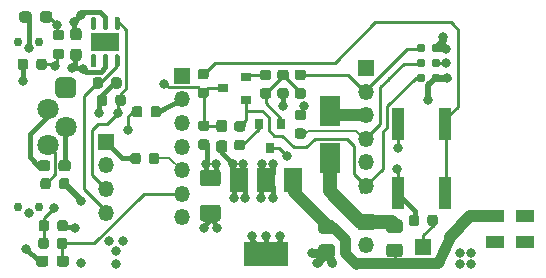
<source format=gbr>
%TF.GenerationSoftware,KiCad,Pcbnew,(5.1.6-0-10_14)*%
%TF.CreationDate,2020-10-08T00:08:50+03:00*%
%TF.ProjectId,ikea-fyrtur,696b6561-2d66-4797-9274-75722e6b6963,rev?*%
%TF.SameCoordinates,Original*%
%TF.FileFunction,Copper,L4,Bot*%
%TF.FilePolarity,Positive*%
%FSLAX46Y46*%
G04 Gerber Fmt 4.6, Leading zero omitted, Abs format (unit mm)*
G04 Created by KiCad (PCBNEW (5.1.6-0-10_14)) date 2020-10-08 00:08:50*
%MOMM*%
%LPD*%
G01*
G04 APERTURE LIST*
%TA.AperFunction,WasherPad*%
%ADD10C,0.750000*%
%TD*%
%TA.AperFunction,SMDPad,CuDef*%
%ADD11R,2.400000X1.500000*%
%TD*%
%TA.AperFunction,ComponentPad*%
%ADD12R,1.500000X1.100000*%
%TD*%
%TA.AperFunction,ComponentPad*%
%ADD13C,1.800000*%
%TD*%
%TA.AperFunction,SMDPad,CuDef*%
%ADD14R,1.800000X2.500000*%
%TD*%
%TA.AperFunction,ComponentPad*%
%ADD15R,1.350000X1.350000*%
%TD*%
%TA.AperFunction,ComponentPad*%
%ADD16O,1.350000X1.350000*%
%TD*%
%TA.AperFunction,SMDPad,CuDef*%
%ADD17R,1.000000X2.750000*%
%TD*%
%TA.AperFunction,ConnectorPad*%
%ADD18C,0.787400*%
%TD*%
%TA.AperFunction,SMDPad,CuDef*%
%ADD19R,1.500000X2.000000*%
%TD*%
%TA.AperFunction,SMDPad,CuDef*%
%ADD20R,3.800000X2.000000*%
%TD*%
%TA.AperFunction,SMDPad,CuDef*%
%ADD21R,0.800000X0.900000*%
%TD*%
%TA.AperFunction,SMDPad,CuDef*%
%ADD22R,0.900000X0.800000*%
%TD*%
%TA.AperFunction,ViaPad*%
%ADD23C,0.800000*%
%TD*%
%TA.AperFunction,Conductor*%
%ADD24C,0.250000*%
%TD*%
%TA.AperFunction,Conductor*%
%ADD25C,0.600000*%
%TD*%
%TA.AperFunction,Conductor*%
%ADD26C,0.500000*%
%TD*%
%TA.AperFunction,Conductor*%
%ADD27C,0.400000*%
%TD*%
%TA.AperFunction,Conductor*%
%ADD28C,0.800000*%
%TD*%
%TA.AperFunction,Conductor*%
%ADD29C,0.200000*%
%TD*%
%TA.AperFunction,Conductor*%
%ADD30C,0.240000*%
%TD*%
%TA.AperFunction,Conductor*%
%ADD31C,0.900000*%
%TD*%
%TA.AperFunction,Conductor*%
%ADD32C,1.000000*%
%TD*%
%TA.AperFunction,Conductor*%
%ADD33C,1.200000*%
%TD*%
G04 APERTURE END LIST*
D10*
%TO.P,SW4,*%
%TO.N,*%
X90890500Y-78295500D03*
X92646500Y-78295500D03*
%TD*%
%TO.P,SW3,*%
%TO.N,*%
X90890500Y-92329000D03*
X92646500Y-92329000D03*
%TD*%
%TO.P,U3,1*%
%TO.N,SDA*%
%TA.AperFunction,SMDPad,CuDef*%
G36*
G01*
X99398000Y-80471100D02*
X99198000Y-80471100D01*
G75*
G02*
X99098000Y-80371100I0J100000D01*
G01*
X99098000Y-79471100D01*
G75*
G02*
X99198000Y-79371100I100000J0D01*
G01*
X99398000Y-79371100D01*
G75*
G02*
X99498000Y-79471100I0J-100000D01*
G01*
X99498000Y-80371100D01*
G75*
G02*
X99398000Y-80471100I-100000J0D01*
G01*
G37*
%TD.AperFunction*%
%TO.P,U3,2*%
%TO.N,GND*%
%TA.AperFunction,SMDPad,CuDef*%
G36*
G01*
X98398000Y-80471100D02*
X98198000Y-80471100D01*
G75*
G02*
X98098000Y-80371100I0J100000D01*
G01*
X98098000Y-79471100D01*
G75*
G02*
X98198000Y-79371100I100000J0D01*
G01*
X98398000Y-79371100D01*
G75*
G02*
X98498000Y-79471100I0J-100000D01*
G01*
X98498000Y-80371100D01*
G75*
G02*
X98398000Y-80471100I-100000J0D01*
G01*
G37*
%TD.AperFunction*%
%TO.P,U3,3*%
%TO.N,Net-(U3-Pad3)*%
%TA.AperFunction,SMDPad,CuDef*%
G36*
G01*
X97398000Y-80471100D02*
X97198000Y-80471100D01*
G75*
G02*
X97098000Y-80371100I0J100000D01*
G01*
X97098000Y-79471100D01*
G75*
G02*
X97198000Y-79371100I100000J0D01*
G01*
X97398000Y-79371100D01*
G75*
G02*
X97498000Y-79471100I0J-100000D01*
G01*
X97498000Y-80371100D01*
G75*
G02*
X97398000Y-80471100I-100000J0D01*
G01*
G37*
%TD.AperFunction*%
%TO.P,U3,4*%
%TO.N,Net-(U3-Pad4)*%
%TA.AperFunction,SMDPad,CuDef*%
G36*
G01*
X97398000Y-77296100D02*
X97198000Y-77296100D01*
G75*
G02*
X97098000Y-77196100I0J100000D01*
G01*
X97098000Y-76296100D01*
G75*
G02*
X97198000Y-76196100I100000J0D01*
G01*
X97398000Y-76196100D01*
G75*
G02*
X97498000Y-76296100I0J-100000D01*
G01*
X97498000Y-77196100D01*
G75*
G02*
X97398000Y-77296100I-100000J0D01*
G01*
G37*
%TD.AperFunction*%
%TO.P,U3,5*%
%TO.N,+3V3*%
%TA.AperFunction,SMDPad,CuDef*%
G36*
G01*
X98398000Y-77296100D02*
X98198000Y-77296100D01*
G75*
G02*
X98098000Y-77196100I0J100000D01*
G01*
X98098000Y-76296100D01*
G75*
G02*
X98198000Y-76196100I100000J0D01*
G01*
X98398000Y-76196100D01*
G75*
G02*
X98498000Y-76296100I0J-100000D01*
G01*
X98498000Y-77196100D01*
G75*
G02*
X98398000Y-77296100I-100000J0D01*
G01*
G37*
%TD.AperFunction*%
%TO.P,U3,6*%
%TO.N,SCL*%
%TA.AperFunction,SMDPad,CuDef*%
G36*
G01*
X99398000Y-77296100D02*
X99198000Y-77296100D01*
G75*
G02*
X99098000Y-77196100I0J100000D01*
G01*
X99098000Y-76296100D01*
G75*
G02*
X99198000Y-76196100I100000J0D01*
G01*
X99398000Y-76196100D01*
G75*
G02*
X99498000Y-76296100I0J-100000D01*
G01*
X99498000Y-77196100D01*
G75*
G02*
X99398000Y-77296100I-100000J0D01*
G01*
G37*
%TD.AperFunction*%
D11*
%TO.P,U3,7*%
%TO.N,Net-(U3-Pad7)*%
X98298000Y-78333600D03*
%TD*%
D12*
%TO.P,J2,1*%
%TO.N,GND*%
X133794500Y-95250000D03*
%TO.P,J2,3*%
%TO.N,RXD2*%
X133794500Y-93091000D03*
%TO.P,J2,2*%
%TO.N,TXD2*%
X131254500Y-95250000D03*
%TO.P,J2,4*%
%TO.N,+7.5V*%
X131254500Y-93091000D03*
%TD*%
%TO.P,D1,4*%
%TO.N,Net-(D1-Pad4)*%
%TA.AperFunction,ComponentPad*%
G36*
G01*
X94495200Y-81294400D02*
X95395200Y-81294400D01*
G75*
G02*
X95845200Y-81744400I0J-450000D01*
G01*
X95845200Y-82644400D01*
G75*
G02*
X95395200Y-83094400I-450000J0D01*
G01*
X94495200Y-83094400D01*
G75*
G02*
X94045200Y-82644400I0J450000D01*
G01*
X94045200Y-81744400D01*
G75*
G02*
X94495200Y-81294400I450000J0D01*
G01*
G37*
%TD.AperFunction*%
D13*
%TO.P,D1,3*%
%TO.N,GND*%
X93421200Y-83972400D03*
%TO.P,D1,2*%
%TO.N,+3V3*%
X94945200Y-85496400D03*
%TO.P,D1,1*%
%TO.N,Net-(D1-Pad1)*%
X93421200Y-87020400D03*
%TD*%
%TO.P,C1,2*%
%TO.N,GND*%
%TA.AperFunction,SMDPad,CuDef*%
G36*
G01*
X116593199Y-95446000D02*
X117493201Y-95446000D01*
G75*
G02*
X117743200Y-95695999I0J-249999D01*
G01*
X117743200Y-96346001D01*
G75*
G02*
X117493201Y-96596000I-249999J0D01*
G01*
X116593199Y-96596000D01*
G75*
G02*
X116343200Y-96346001I0J249999D01*
G01*
X116343200Y-95695999D01*
G75*
G02*
X116593199Y-95446000I249999J0D01*
G01*
G37*
%TD.AperFunction*%
%TO.P,C1,1*%
%TO.N,+7.5V*%
%TA.AperFunction,SMDPad,CuDef*%
G36*
G01*
X116593199Y-93396000D02*
X117493201Y-93396000D01*
G75*
G02*
X117743200Y-93645999I0J-249999D01*
G01*
X117743200Y-94296001D01*
G75*
G02*
X117493201Y-94546000I-249999J0D01*
G01*
X116593199Y-94546000D01*
G75*
G02*
X116343200Y-94296001I0J249999D01*
G01*
X116343200Y-93645999D01*
G75*
G02*
X116593199Y-93396000I249999J0D01*
G01*
G37*
%TD.AperFunction*%
%TD*%
%TO.P,R17,2*%
%TO.N,Net-(R17-Pad2)*%
%TA.AperFunction,SMDPad,CuDef*%
G36*
G01*
X106834650Y-81488800D02*
X106322150Y-81488800D01*
G75*
G02*
X106103400Y-81270050I0J218750D01*
G01*
X106103400Y-80832550D01*
G75*
G02*
X106322150Y-80613800I218750J0D01*
G01*
X106834650Y-80613800D01*
G75*
G02*
X107053400Y-80832550I0J-218750D01*
G01*
X107053400Y-81270050D01*
G75*
G02*
X106834650Y-81488800I-218750J0D01*
G01*
G37*
%TD.AperFunction*%
%TO.P,R17,1*%
%TO.N,RST*%
%TA.AperFunction,SMDPad,CuDef*%
G36*
G01*
X106834650Y-83063800D02*
X106322150Y-83063800D01*
G75*
G02*
X106103400Y-82845050I0J218750D01*
G01*
X106103400Y-82407550D01*
G75*
G02*
X106322150Y-82188800I218750J0D01*
G01*
X106834650Y-82188800D01*
G75*
G02*
X107053400Y-82407550I0J-218750D01*
G01*
X107053400Y-82845050D01*
G75*
G02*
X106834650Y-83063800I-218750J0D01*
G01*
G37*
%TD.AperFunction*%
%TD*%
%TO.P,C8,2*%
%TO.N,GND*%
%TA.AperFunction,SMDPad,CuDef*%
G36*
G01*
X107915700Y-86659200D02*
X108390700Y-86659200D01*
G75*
G02*
X108628200Y-86896700I0J-237500D01*
G01*
X108628200Y-87471700D01*
G75*
G02*
X108390700Y-87709200I-237500J0D01*
G01*
X107915700Y-87709200D01*
G75*
G02*
X107678200Y-87471700I0J237500D01*
G01*
X107678200Y-86896700D01*
G75*
G02*
X107915700Y-86659200I237500J0D01*
G01*
G37*
%TD.AperFunction*%
%TO.P,C8,1*%
%TO.N,RST*%
%TA.AperFunction,SMDPad,CuDef*%
G36*
G01*
X107915700Y-84909200D02*
X108390700Y-84909200D01*
G75*
G02*
X108628200Y-85146700I0J-237500D01*
G01*
X108628200Y-85721700D01*
G75*
G02*
X108390700Y-85959200I-237500J0D01*
G01*
X107915700Y-85959200D01*
G75*
G02*
X107678200Y-85721700I0J237500D01*
G01*
X107678200Y-85146700D01*
G75*
G02*
X107915700Y-84909200I237500J0D01*
G01*
G37*
%TD.AperFunction*%
%TD*%
%TO.P,C3,2*%
%TO.N,GND*%
%TA.AperFunction,SMDPad,CuDef*%
G36*
G01*
X106563000Y-92099100D02*
X107813000Y-92099100D01*
G75*
G02*
X108063000Y-92349100I0J-250000D01*
G01*
X108063000Y-93274100D01*
G75*
G02*
X107813000Y-93524100I-250000J0D01*
G01*
X106563000Y-93524100D01*
G75*
G02*
X106313000Y-93274100I0J250000D01*
G01*
X106313000Y-92349100D01*
G75*
G02*
X106563000Y-92099100I250000J0D01*
G01*
G37*
%TD.AperFunction*%
%TO.P,C3,1*%
%TO.N,+3V3*%
%TA.AperFunction,SMDPad,CuDef*%
G36*
G01*
X106563000Y-89124100D02*
X107813000Y-89124100D01*
G75*
G02*
X108063000Y-89374100I0J-250000D01*
G01*
X108063000Y-90299100D01*
G75*
G02*
X107813000Y-90549100I-250000J0D01*
G01*
X106563000Y-90549100D01*
G75*
G02*
X106313000Y-90299100I0J250000D01*
G01*
X106313000Y-89374100D01*
G75*
G02*
X106563000Y-89124100I250000J0D01*
G01*
G37*
%TD.AperFunction*%
%TD*%
%TO.P,F1,2*%
%TO.N,+7.5V*%
%TA.AperFunction,SMDPad,CuDef*%
G36*
G01*
X122333599Y-95395200D02*
X123233601Y-95395200D01*
G75*
G02*
X123483600Y-95645199I0J-249999D01*
G01*
X123483600Y-96295201D01*
G75*
G02*
X123233601Y-96545200I-249999J0D01*
G01*
X122333599Y-96545200D01*
G75*
G02*
X122083600Y-96295201I0J249999D01*
G01*
X122083600Y-95645199D01*
G75*
G02*
X122333599Y-95395200I249999J0D01*
G01*
G37*
%TD.AperFunction*%
%TO.P,F1,1*%
%TO.N,EXT_V*%
%TA.AperFunction,SMDPad,CuDef*%
G36*
G01*
X122333599Y-93345200D02*
X123233601Y-93345200D01*
G75*
G02*
X123483600Y-93595199I0J-249999D01*
G01*
X123483600Y-94245201D01*
G75*
G02*
X123233601Y-94495200I-249999J0D01*
G01*
X122333599Y-94495200D01*
G75*
G02*
X122083600Y-94245201I0J249999D01*
G01*
X122083600Y-93595199D01*
G75*
G02*
X122333599Y-93345200I249999J0D01*
G01*
G37*
%TD.AperFunction*%
%TD*%
D14*
%TO.P,D2,2*%
%TO.N,VIN*%
X117297200Y-84156800D03*
%TO.P,D2,1*%
%TO.N,EXT_V*%
X117297200Y-88156800D03*
%TD*%
D15*
%TO.P,J8,1*%
%TO.N,GPIO15*%
X125222000Y-95656400D03*
%TD*%
%TO.P,C5,2*%
%TO.N,+3V3*%
%TA.AperFunction,SMDPad,CuDef*%
G36*
G01*
X96046300Y-78186800D02*
X95571300Y-78186800D01*
G75*
G02*
X95333800Y-77949300I0J237500D01*
G01*
X95333800Y-77374300D01*
G75*
G02*
X95571300Y-77136800I237500J0D01*
G01*
X96046300Y-77136800D01*
G75*
G02*
X96283800Y-77374300I0J-237500D01*
G01*
X96283800Y-77949300D01*
G75*
G02*
X96046300Y-78186800I-237500J0D01*
G01*
G37*
%TD.AperFunction*%
%TO.P,C5,1*%
%TO.N,GND*%
%TA.AperFunction,SMDPad,CuDef*%
G36*
G01*
X96046300Y-79936800D02*
X95571300Y-79936800D01*
G75*
G02*
X95333800Y-79699300I0J237500D01*
G01*
X95333800Y-79124300D01*
G75*
G02*
X95571300Y-78886800I237500J0D01*
G01*
X96046300Y-78886800D01*
G75*
G02*
X96283800Y-79124300I0J-237500D01*
G01*
X96283800Y-79699300D01*
G75*
G02*
X96046300Y-79936800I-237500J0D01*
G01*
G37*
%TD.AperFunction*%
%TD*%
%TO.P,C2,2*%
%TO.N,GND*%
%TA.AperFunction,SMDPad,CuDef*%
G36*
G01*
X93630000Y-88560900D02*
X93630000Y-89035900D01*
G75*
G02*
X93392500Y-89273400I-237500J0D01*
G01*
X92817500Y-89273400D01*
G75*
G02*
X92580000Y-89035900I0J237500D01*
G01*
X92580000Y-88560900D01*
G75*
G02*
X92817500Y-88323400I237500J0D01*
G01*
X93392500Y-88323400D01*
G75*
G02*
X93630000Y-88560900I0J-237500D01*
G01*
G37*
%TD.AperFunction*%
%TO.P,C2,1*%
%TO.N,+3V3*%
%TA.AperFunction,SMDPad,CuDef*%
G36*
G01*
X95380000Y-88560900D02*
X95380000Y-89035900D01*
G75*
G02*
X95142500Y-89273400I-237500J0D01*
G01*
X94567500Y-89273400D01*
G75*
G02*
X94330000Y-89035900I0J237500D01*
G01*
X94330000Y-88560900D01*
G75*
G02*
X94567500Y-88323400I237500J0D01*
G01*
X95142500Y-88323400D01*
G75*
G02*
X95380000Y-88560900I0J-237500D01*
G01*
G37*
%TD.AperFunction*%
%TD*%
%TO.P,R8,2*%
%TO.N,+3V3*%
%TA.AperFunction,SMDPad,CuDef*%
G36*
G01*
X101300800Y-87932550D02*
X101300800Y-88445050D01*
G75*
G02*
X101082050Y-88663800I-218750J0D01*
G01*
X100644550Y-88663800D01*
G75*
G02*
X100425800Y-88445050I0J218750D01*
G01*
X100425800Y-87932550D01*
G75*
G02*
X100644550Y-87713800I218750J0D01*
G01*
X101082050Y-87713800D01*
G75*
G02*
X101300800Y-87932550I0J-218750D01*
G01*
G37*
%TD.AperFunction*%
%TO.P,R8,1*%
%TO.N,TXD2*%
%TA.AperFunction,SMDPad,CuDef*%
G36*
G01*
X102875800Y-87932550D02*
X102875800Y-88445050D01*
G75*
G02*
X102657050Y-88663800I-218750J0D01*
G01*
X102219550Y-88663800D01*
G75*
G02*
X102000800Y-88445050I0J218750D01*
G01*
X102000800Y-87932550D01*
G75*
G02*
X102219550Y-87713800I218750J0D01*
G01*
X102657050Y-87713800D01*
G75*
G02*
X102875800Y-87932550I0J-218750D01*
G01*
G37*
%TD.AperFunction*%
%TD*%
D16*
%TO.P,J6,4*%
%TO.N,SDA*%
X98348800Y-92766400D03*
%TO.P,J6,3*%
%TO.N,SCL*%
X98348800Y-90766400D03*
%TO.P,J6,2*%
%TO.N,GND*%
X98348800Y-88766400D03*
D15*
%TO.P,J6,1*%
%TO.N,+3V3*%
X98348800Y-86766400D03*
%TD*%
D17*
%TO.P,SW1,2*%
%TO.N,Net-(R17-Pad2)*%
X127069600Y-91068800D03*
X127069600Y-85308800D03*
%TO.P,SW1,1*%
%TO.N,GND*%
X123069600Y-85308800D03*
X123069600Y-91068800D03*
%TD*%
%TO.P,R6,2*%
%TO.N,+3V3*%
%TA.AperFunction,SMDPad,CuDef*%
G36*
G01*
X98456000Y-83004950D02*
X98456000Y-83517450D01*
G75*
G02*
X98237250Y-83736200I-218750J0D01*
G01*
X97799750Y-83736200D01*
G75*
G02*
X97581000Y-83517450I0J218750D01*
G01*
X97581000Y-83004950D01*
G75*
G02*
X97799750Y-82786200I218750J0D01*
G01*
X98237250Y-82786200D01*
G75*
G02*
X98456000Y-83004950I0J-218750D01*
G01*
G37*
%TD.AperFunction*%
%TO.P,R6,1*%
%TO.N,SCL*%
%TA.AperFunction,SMDPad,CuDef*%
G36*
G01*
X100031000Y-83004950D02*
X100031000Y-83517450D01*
G75*
G02*
X99812250Y-83736200I-218750J0D01*
G01*
X99374750Y-83736200D01*
G75*
G02*
X99156000Y-83517450I0J218750D01*
G01*
X99156000Y-83004950D01*
G75*
G02*
X99374750Y-82786200I218750J0D01*
G01*
X99812250Y-82786200D01*
G75*
G02*
X100031000Y-83004950I0J-218750D01*
G01*
G37*
%TD.AperFunction*%
%TD*%
D16*
%TO.P,J5,2*%
%TO.N,GND*%
X120345200Y-95522800D03*
D15*
%TO.P,J5,1*%
%TO.N,EXT_V*%
X120345200Y-93522800D03*
%TD*%
D16*
%TO.P,J4,6*%
%TO.N,RTS*%
X120345200Y-90518000D03*
%TO.P,J4,5*%
%TO.N,TXD0*%
X120345200Y-88518000D03*
%TO.P,J4,4*%
%TO.N,RXD0*%
X120345200Y-86518000D03*
%TO.P,J4,3*%
%TO.N,VIN*%
X120345200Y-84518000D03*
%TO.P,J4,2*%
%TO.N,CTS_DTR*%
X120345200Y-82518000D03*
D15*
%TO.P,J4,1*%
%TO.N,GND*%
X120345200Y-80518000D03*
%TD*%
%TO.P,R16,2*%
%TO.N,+3V3*%
%TA.AperFunction,SMDPad,CuDef*%
G36*
G01*
X113078550Y-82239600D02*
X113591050Y-82239600D01*
G75*
G02*
X113809800Y-82458350I0J-218750D01*
G01*
X113809800Y-82895850D01*
G75*
G02*
X113591050Y-83114600I-218750J0D01*
G01*
X113078550Y-83114600D01*
G75*
G02*
X112859800Y-82895850I0J218750D01*
G01*
X112859800Y-82458350D01*
G75*
G02*
X113078550Y-82239600I218750J0D01*
G01*
G37*
%TD.AperFunction*%
%TO.P,R16,1*%
%TO.N,DTR*%
%TA.AperFunction,SMDPad,CuDef*%
G36*
G01*
X113078550Y-80664600D02*
X113591050Y-80664600D01*
G75*
G02*
X113809800Y-80883350I0J-218750D01*
G01*
X113809800Y-81320850D01*
G75*
G02*
X113591050Y-81539600I-218750J0D01*
G01*
X113078550Y-81539600D01*
G75*
G02*
X112859800Y-81320850I0J218750D01*
G01*
X112859800Y-80883350D01*
G75*
G02*
X113078550Y-80664600I218750J0D01*
G01*
G37*
%TD.AperFunction*%
%TD*%
%TO.P,R15,2*%
%TO.N,CTS_DTR*%
%TA.AperFunction,SMDPad,CuDef*%
G36*
G01*
X115064250Y-81539600D02*
X114551750Y-81539600D01*
G75*
G02*
X114333000Y-81320850I0J218750D01*
G01*
X114333000Y-80883350D01*
G75*
G02*
X114551750Y-80664600I218750J0D01*
G01*
X115064250Y-80664600D01*
G75*
G02*
X115283000Y-80883350I0J-218750D01*
G01*
X115283000Y-81320850D01*
G75*
G02*
X115064250Y-81539600I-218750J0D01*
G01*
G37*
%TD.AperFunction*%
%TO.P,R15,1*%
%TO.N,DTR*%
%TA.AperFunction,SMDPad,CuDef*%
G36*
G01*
X115064250Y-83114600D02*
X114551750Y-83114600D01*
G75*
G02*
X114333000Y-82895850I0J218750D01*
G01*
X114333000Y-82458350D01*
G75*
G02*
X114551750Y-82239600I218750J0D01*
G01*
X115064250Y-82239600D01*
G75*
G02*
X115283000Y-82458350I0J-218750D01*
G01*
X115283000Y-82895850D01*
G75*
G02*
X115064250Y-83114600I-218750J0D01*
G01*
G37*
%TD.AperFunction*%
%TD*%
D18*
%TO.P,J3,6*%
%TO.N,RTS*%
X124993400Y-81330800D03*
%TO.P,J3,5*%
%TO.N,GND*%
X126263400Y-81330800D03*
%TO.P,J3,4*%
%TO.N,RXD0*%
X124993400Y-80060800D03*
%TO.P,J3,3*%
%TO.N,TXD0*%
X126263400Y-80060800D03*
%TO.P,J3,2*%
%TO.N,CTS_DTR*%
X124993400Y-78790800D03*
%TO.P,J3,1*%
%TO.N,VIN*%
X126263400Y-78790800D03*
%TD*%
%TO.P,R14,2*%
%TO.N,Net-(R14-Pad2)*%
%TA.AperFunction,SMDPad,CuDef*%
G36*
G01*
X115064250Y-84943200D02*
X114551750Y-84943200D01*
G75*
G02*
X114333000Y-84724450I0J218750D01*
G01*
X114333000Y-84286950D01*
G75*
G02*
X114551750Y-84068200I218750J0D01*
G01*
X115064250Y-84068200D01*
G75*
G02*
X115283000Y-84286950I0J-218750D01*
G01*
X115283000Y-84724450D01*
G75*
G02*
X115064250Y-84943200I-218750J0D01*
G01*
G37*
%TD.AperFunction*%
%TO.P,R14,1*%
%TO.N,RXD0*%
%TA.AperFunction,SMDPad,CuDef*%
G36*
G01*
X115064250Y-86518200D02*
X114551750Y-86518200D01*
G75*
G02*
X114333000Y-86299450I0J218750D01*
G01*
X114333000Y-85861950D01*
G75*
G02*
X114551750Y-85643200I218750J0D01*
G01*
X115064250Y-85643200D01*
G75*
G02*
X115283000Y-85861950I0J-218750D01*
G01*
X115283000Y-86299450D01*
G75*
G02*
X115064250Y-86518200I-218750J0D01*
G01*
G37*
%TD.AperFunction*%
%TD*%
%TO.P,R13,2*%
%TO.N,Net-(D1-Pad1)*%
%TA.AperFunction,SMDPad,CuDef*%
G36*
G01*
X93680800Y-90066150D02*
X93680800Y-90578650D01*
G75*
G02*
X93462050Y-90797400I-218750J0D01*
G01*
X93024550Y-90797400D01*
G75*
G02*
X92805800Y-90578650I0J218750D01*
G01*
X92805800Y-90066150D01*
G75*
G02*
X93024550Y-89847400I218750J0D01*
G01*
X93462050Y-89847400D01*
G75*
G02*
X93680800Y-90066150I0J-218750D01*
G01*
G37*
%TD.AperFunction*%
%TO.P,R13,1*%
%TO.N,LED*%
%TA.AperFunction,SMDPad,CuDef*%
G36*
G01*
X95255800Y-90066150D02*
X95255800Y-90578650D01*
G75*
G02*
X95037050Y-90797400I-218750J0D01*
G01*
X94599550Y-90797400D01*
G75*
G02*
X94380800Y-90578650I0J218750D01*
G01*
X94380800Y-90066150D01*
G75*
G02*
X94599550Y-89847400I218750J0D01*
G01*
X95037050Y-89847400D01*
G75*
G02*
X95255800Y-90066150I0J-218750D01*
G01*
G37*
%TD.AperFunction*%
%TD*%
%TO.P,R12,2*%
%TO.N,+3V3*%
%TA.AperFunction,SMDPad,CuDef*%
G36*
G01*
X91750400Y-79956950D02*
X91750400Y-80469450D01*
G75*
G02*
X91531650Y-80688200I-218750J0D01*
G01*
X91094150Y-80688200D01*
G75*
G02*
X90875400Y-80469450I0J218750D01*
G01*
X90875400Y-79956950D01*
G75*
G02*
X91094150Y-79738200I218750J0D01*
G01*
X91531650Y-79738200D01*
G75*
G02*
X91750400Y-79956950I0J-218750D01*
G01*
G37*
%TD.AperFunction*%
%TO.P,R12,1*%
%TO.N,Net-(R10-Pad2)*%
%TA.AperFunction,SMDPad,CuDef*%
G36*
G01*
X93325400Y-79956950D02*
X93325400Y-80469450D01*
G75*
G02*
X93106650Y-80688200I-218750J0D01*
G01*
X92669150Y-80688200D01*
G75*
G02*
X92450400Y-80469450I0J218750D01*
G01*
X92450400Y-79956950D01*
G75*
G02*
X92669150Y-79738200I218750J0D01*
G01*
X93106650Y-79738200D01*
G75*
G02*
X93325400Y-79956950I0J-218750D01*
G01*
G37*
%TD.AperFunction*%
%TD*%
%TO.P,R11,2*%
%TO.N,+3V3*%
%TA.AperFunction,SMDPad,CuDef*%
G36*
G01*
X94228400Y-94134650D02*
X94228400Y-93622150D01*
G75*
G02*
X94447150Y-93403400I218750J0D01*
G01*
X94884650Y-93403400D01*
G75*
G02*
X95103400Y-93622150I0J-218750D01*
G01*
X95103400Y-94134650D01*
G75*
G02*
X94884650Y-94353400I-218750J0D01*
G01*
X94447150Y-94353400D01*
G75*
G02*
X94228400Y-94134650I0J218750D01*
G01*
G37*
%TD.AperFunction*%
%TO.P,R11,1*%
%TO.N,Net-(R11-Pad1)*%
%TA.AperFunction,SMDPad,CuDef*%
G36*
G01*
X92653400Y-94134650D02*
X92653400Y-93622150D01*
G75*
G02*
X92872150Y-93403400I218750J0D01*
G01*
X93309650Y-93403400D01*
G75*
G02*
X93528400Y-93622150I0J-218750D01*
G01*
X93528400Y-94134650D01*
G75*
G02*
X93309650Y-94353400I-218750J0D01*
G01*
X92872150Y-94353400D01*
G75*
G02*
X92653400Y-94134650I0J218750D01*
G01*
G37*
%TD.AperFunction*%
%TD*%
%TO.P,R10,2*%
%TO.N,Net-(R10-Pad2)*%
%TA.AperFunction,SMDPad,CuDef*%
G36*
G01*
X94079350Y-78886800D02*
X94591850Y-78886800D01*
G75*
G02*
X94810600Y-79105550I0J-218750D01*
G01*
X94810600Y-79543050D01*
G75*
G02*
X94591850Y-79761800I-218750J0D01*
G01*
X94079350Y-79761800D01*
G75*
G02*
X93860600Y-79543050I0J218750D01*
G01*
X93860600Y-79105550D01*
G75*
G02*
X94079350Y-78886800I218750J0D01*
G01*
G37*
%TD.AperFunction*%
%TO.P,R10,1*%
%TO.N,BTN_UP*%
%TA.AperFunction,SMDPad,CuDef*%
G36*
G01*
X94079350Y-77311800D02*
X94591850Y-77311800D01*
G75*
G02*
X94810600Y-77530550I0J-218750D01*
G01*
X94810600Y-77968050D01*
G75*
G02*
X94591850Y-78186800I-218750J0D01*
G01*
X94079350Y-78186800D01*
G75*
G02*
X93860600Y-77968050I0J218750D01*
G01*
X93860600Y-77530550D01*
G75*
G02*
X94079350Y-77311800I218750J0D01*
G01*
G37*
%TD.AperFunction*%
%TD*%
%TO.P,R9,2*%
%TO.N,Net-(R11-Pad1)*%
%TA.AperFunction,SMDPad,CuDef*%
G36*
G01*
X93503100Y-95120750D02*
X93503100Y-95633250D01*
G75*
G02*
X93284350Y-95852000I-218750J0D01*
G01*
X92846850Y-95852000D01*
G75*
G02*
X92628100Y-95633250I0J218750D01*
G01*
X92628100Y-95120750D01*
G75*
G02*
X92846850Y-94902000I218750J0D01*
G01*
X93284350Y-94902000D01*
G75*
G02*
X93503100Y-95120750I0J-218750D01*
G01*
G37*
%TD.AperFunction*%
%TO.P,R9,1*%
%TO.N,GPIO0_BTN_DOWN*%
%TA.AperFunction,SMDPad,CuDef*%
G36*
G01*
X95078100Y-95120750D02*
X95078100Y-95633250D01*
G75*
G02*
X94859350Y-95852000I-218750J0D01*
G01*
X94421850Y-95852000D01*
G75*
G02*
X94203100Y-95633250I0J218750D01*
G01*
X94203100Y-95120750D01*
G75*
G02*
X94421850Y-94902000I218750J0D01*
G01*
X94859350Y-94902000D01*
G75*
G02*
X95078100Y-95120750I0J-218750D01*
G01*
G37*
%TD.AperFunction*%
%TD*%
%TO.P,R7,2*%
%TO.N,GND*%
%TA.AperFunction,SMDPad,CuDef*%
G36*
G01*
X124872000Y-93164950D02*
X124872000Y-93677450D01*
G75*
G02*
X124653250Y-93896200I-218750J0D01*
G01*
X124215750Y-93896200D01*
G75*
G02*
X123997000Y-93677450I0J218750D01*
G01*
X123997000Y-93164950D01*
G75*
G02*
X124215750Y-92946200I218750J0D01*
G01*
X124653250Y-92946200D01*
G75*
G02*
X124872000Y-93164950I0J-218750D01*
G01*
G37*
%TD.AperFunction*%
%TO.P,R7,1*%
%TO.N,GPIO15*%
%TA.AperFunction,SMDPad,CuDef*%
G36*
G01*
X126447000Y-93164950D02*
X126447000Y-93677450D01*
G75*
G02*
X126228250Y-93896200I-218750J0D01*
G01*
X125790750Y-93896200D01*
G75*
G02*
X125572000Y-93677450I0J218750D01*
G01*
X125572000Y-93164950D01*
G75*
G02*
X125790750Y-92946200I218750J0D01*
G01*
X126228250Y-92946200D01*
G75*
G02*
X126447000Y-93164950I0J-218750D01*
G01*
G37*
%TD.AperFunction*%
%TD*%
%TO.P,R5,2*%
%TO.N,RST*%
%TA.AperFunction,SMDPad,CuDef*%
G36*
G01*
X106885450Y-85857600D02*
X106372950Y-85857600D01*
G75*
G02*
X106154200Y-85638850I0J218750D01*
G01*
X106154200Y-85201350D01*
G75*
G02*
X106372950Y-84982600I218750J0D01*
G01*
X106885450Y-84982600D01*
G75*
G02*
X107104200Y-85201350I0J-218750D01*
G01*
X107104200Y-85638850D01*
G75*
G02*
X106885450Y-85857600I-218750J0D01*
G01*
G37*
%TD.AperFunction*%
%TO.P,R5,1*%
%TO.N,+3V3*%
%TA.AperFunction,SMDPad,CuDef*%
G36*
G01*
X106885450Y-87432600D02*
X106372950Y-87432600D01*
G75*
G02*
X106154200Y-87213850I0J218750D01*
G01*
X106154200Y-86776350D01*
G75*
G02*
X106372950Y-86557600I218750J0D01*
G01*
X106885450Y-86557600D01*
G75*
G02*
X107104200Y-86776350I0J-218750D01*
G01*
X107104200Y-87213850D01*
G75*
G02*
X106885450Y-87432600I-218750J0D01*
G01*
G37*
%TD.AperFunction*%
%TD*%
%TO.P,R4,2*%
%TO.N,+3V3*%
%TA.AperFunction,SMDPad,CuDef*%
G36*
G01*
X98800400Y-82044250D02*
X98800400Y-81531750D01*
G75*
G02*
X99019150Y-81313000I218750J0D01*
G01*
X99456650Y-81313000D01*
G75*
G02*
X99675400Y-81531750I0J-218750D01*
G01*
X99675400Y-82044250D01*
G75*
G02*
X99456650Y-82263000I-218750J0D01*
G01*
X99019150Y-82263000D01*
G75*
G02*
X98800400Y-82044250I0J218750D01*
G01*
G37*
%TD.AperFunction*%
%TO.P,R4,1*%
%TO.N,SDA*%
%TA.AperFunction,SMDPad,CuDef*%
G36*
G01*
X97225400Y-82044250D02*
X97225400Y-81531750D01*
G75*
G02*
X97444150Y-81313000I218750J0D01*
G01*
X97881650Y-81313000D01*
G75*
G02*
X98100400Y-81531750I0J-218750D01*
G01*
X98100400Y-82044250D01*
G75*
G02*
X97881650Y-82263000I-218750J0D01*
G01*
X97444150Y-82263000D01*
G75*
G02*
X97225400Y-82044250I0J218750D01*
G01*
G37*
%TD.AperFunction*%
%TD*%
%TO.P,R3,2*%
%TO.N,+3V3*%
%TA.AperFunction,SMDPad,CuDef*%
G36*
G01*
X102127900Y-84482650D02*
X102127900Y-83970150D01*
G75*
G02*
X102346650Y-83751400I218750J0D01*
G01*
X102784150Y-83751400D01*
G75*
G02*
X103002900Y-83970150I0J-218750D01*
G01*
X103002900Y-84482650D01*
G75*
G02*
X102784150Y-84701400I-218750J0D01*
G01*
X102346650Y-84701400D01*
G75*
G02*
X102127900Y-84482650I0J218750D01*
G01*
G37*
%TD.AperFunction*%
%TO.P,R3,1*%
%TO.N,EN*%
%TA.AperFunction,SMDPad,CuDef*%
G36*
G01*
X100552900Y-84482650D02*
X100552900Y-83970150D01*
G75*
G02*
X100771650Y-83751400I218750J0D01*
G01*
X101209150Y-83751400D01*
G75*
G02*
X101427900Y-83970150I0J-218750D01*
G01*
X101427900Y-84482650D01*
G75*
G02*
X101209150Y-84701400I-218750J0D01*
G01*
X100771650Y-84701400D01*
G75*
G02*
X100552900Y-84482650I0J218750D01*
G01*
G37*
%TD.AperFunction*%
%TD*%
%TO.P,R2,2*%
%TO.N,RTS*%
%TA.AperFunction,SMDPad,CuDef*%
G36*
G01*
X109933450Y-85908400D02*
X109420950Y-85908400D01*
G75*
G02*
X109202200Y-85689650I0J218750D01*
G01*
X109202200Y-85252150D01*
G75*
G02*
X109420950Y-85033400I218750J0D01*
G01*
X109933450Y-85033400D01*
G75*
G02*
X110152200Y-85252150I0J-218750D01*
G01*
X110152200Y-85689650D01*
G75*
G02*
X109933450Y-85908400I-218750J0D01*
G01*
G37*
%TD.AperFunction*%
%TO.P,R2,1*%
%TO.N,Net-(Q2-Pad1)*%
%TA.AperFunction,SMDPad,CuDef*%
G36*
G01*
X109933450Y-87483400D02*
X109420950Y-87483400D01*
G75*
G02*
X109202200Y-87264650I0J218750D01*
G01*
X109202200Y-86827150D01*
G75*
G02*
X109420950Y-86608400I218750J0D01*
G01*
X109933450Y-86608400D01*
G75*
G02*
X110152200Y-86827150I0J-218750D01*
G01*
X110152200Y-87264650D01*
G75*
G02*
X109933450Y-87483400I-218750J0D01*
G01*
G37*
%TD.AperFunction*%
%TD*%
%TO.P,R1,2*%
%TO.N,DTR*%
%TA.AperFunction,SMDPad,CuDef*%
G36*
G01*
X111605350Y-82239600D02*
X112117850Y-82239600D01*
G75*
G02*
X112336600Y-82458350I0J-218750D01*
G01*
X112336600Y-82895850D01*
G75*
G02*
X112117850Y-83114600I-218750J0D01*
G01*
X111605350Y-83114600D01*
G75*
G02*
X111386600Y-82895850I0J218750D01*
G01*
X111386600Y-82458350D01*
G75*
G02*
X111605350Y-82239600I218750J0D01*
G01*
G37*
%TD.AperFunction*%
%TO.P,R1,1*%
%TO.N,Net-(Q1-Pad1)*%
%TA.AperFunction,SMDPad,CuDef*%
G36*
G01*
X111605350Y-80664600D02*
X112117850Y-80664600D01*
G75*
G02*
X112336600Y-80883350I0J-218750D01*
G01*
X112336600Y-81320850D01*
G75*
G02*
X112117850Y-81539600I-218750J0D01*
G01*
X111605350Y-81539600D01*
G75*
G02*
X111386600Y-81320850I0J218750D01*
G01*
X111386600Y-80883350D01*
G75*
G02*
X111605350Y-80664600I218750J0D01*
G01*
G37*
%TD.AperFunction*%
%TD*%
%TO.P,C7,2*%
%TO.N,GND*%
%TA.AperFunction,SMDPad,CuDef*%
G36*
G01*
X93477600Y-96638100D02*
X93477600Y-97113100D01*
G75*
G02*
X93240100Y-97350600I-237500J0D01*
G01*
X92665100Y-97350600D01*
G75*
G02*
X92427600Y-97113100I0J237500D01*
G01*
X92427600Y-96638100D01*
G75*
G02*
X92665100Y-96400600I237500J0D01*
G01*
X93240100Y-96400600D01*
G75*
G02*
X93477600Y-96638100I0J-237500D01*
G01*
G37*
%TD.AperFunction*%
%TO.P,C7,1*%
%TO.N,GPIO0_BTN_DOWN*%
%TA.AperFunction,SMDPad,CuDef*%
G36*
G01*
X95227600Y-96638100D02*
X95227600Y-97113100D01*
G75*
G02*
X94990100Y-97350600I-237500J0D01*
G01*
X94415100Y-97350600D01*
G75*
G02*
X94177600Y-97113100I0J237500D01*
G01*
X94177600Y-96638100D01*
G75*
G02*
X94415100Y-96400600I237500J0D01*
G01*
X94990100Y-96400600D01*
G75*
G02*
X95227600Y-96638100I0J-237500D01*
G01*
G37*
%TD.AperFunction*%
%TD*%
%TO.P,C6,2*%
%TO.N,GND*%
%TA.AperFunction,SMDPad,CuDef*%
G36*
G01*
X92055200Y-75962500D02*
X92055200Y-76437500D01*
G75*
G02*
X91817700Y-76675000I-237500J0D01*
G01*
X91242700Y-76675000D01*
G75*
G02*
X91005200Y-76437500I0J237500D01*
G01*
X91005200Y-75962500D01*
G75*
G02*
X91242700Y-75725000I237500J0D01*
G01*
X91817700Y-75725000D01*
G75*
G02*
X92055200Y-75962500I0J-237500D01*
G01*
G37*
%TD.AperFunction*%
%TO.P,C6,1*%
%TO.N,BTN_UP*%
%TA.AperFunction,SMDPad,CuDef*%
G36*
G01*
X93805200Y-75962500D02*
X93805200Y-76437500D01*
G75*
G02*
X93567700Y-76675000I-237500J0D01*
G01*
X92992700Y-76675000D01*
G75*
G02*
X92755200Y-76437500I0J237500D01*
G01*
X92755200Y-75962500D01*
G75*
G02*
X92992700Y-75725000I237500J0D01*
G01*
X93567700Y-75725000D01*
G75*
G02*
X93805200Y-75962500I0J-237500D01*
G01*
G37*
%TD.AperFunction*%
%TD*%
D16*
%TO.P,J1,7*%
%TO.N,LED*%
X104749600Y-93178400D03*
%TO.P,J1,6*%
%TO.N,GPIO0_BTN_DOWN*%
X104749600Y-91178400D03*
%TO.P,J1,5*%
%TO.N,TXD2*%
X104749600Y-89178400D03*
%TO.P,J1,4*%
%TO.N,RXD2*%
X104749600Y-87178400D03*
%TO.P,J1,3*%
%TO.N,BTN_UP*%
X104749600Y-85178400D03*
%TO.P,J1,2*%
%TO.N,+3V3*%
X104749600Y-83178400D03*
D15*
%TO.P,J1,1*%
%TO.N,GND*%
X104749600Y-81178400D03*
%TD*%
D19*
%TO.P,U1,1*%
%TO.N,GND*%
X109612400Y-90004500D03*
%TO.P,U1,3*%
%TO.N,+7.5V*%
X114212400Y-90004500D03*
%TO.P,U1,2*%
%TO.N,+3V3*%
X111912400Y-90004500D03*
D20*
X111912400Y-96304500D03*
%TD*%
D21*
%TO.P,Q2,3*%
%TO.N,GPIO0_BTN_DOWN*%
X112217200Y-87258400D03*
%TO.P,Q2,2*%
%TO.N,DTR*%
X113167200Y-85258400D03*
%TO.P,Q2,1*%
%TO.N,Net-(Q2-Pad1)*%
X111267200Y-85258400D03*
%TD*%
D22*
%TO.P,Q1,3*%
%TO.N,RST*%
X108220000Y-82245200D03*
%TO.P,Q1,2*%
%TO.N,RTS*%
X110220000Y-83195200D03*
%TO.P,Q1,1*%
%TO.N,Net-(Q1-Pad1)*%
X110220000Y-81295200D03*
%TD*%
D23*
%TO.N,EN*%
X100228400Y-85750400D03*
%TO.N,GND*%
X91592400Y-95808800D03*
X125628400Y-83210400D03*
X91795600Y-92811600D03*
X91795600Y-78790800D03*
X99161600Y-97078800D03*
X96215200Y-97028000D03*
X127203200Y-81330800D03*
X96367600Y-80568800D03*
X95504000Y-80518000D03*
X129235200Y-97078800D03*
X129235200Y-96164400D03*
X128320800Y-97078800D03*
X128320800Y-96164400D03*
X110083600Y-91490800D03*
X109220000Y-91490800D03*
X109118400Y-88646000D03*
X107746800Y-94030800D03*
X106680000Y-94030800D03*
X109982000Y-88646000D03*
X117449600Y-97028000D03*
X115824000Y-96164400D03*
X116230400Y-97028000D03*
X123037600Y-87274400D03*
X122986800Y-89052400D03*
%TO.N,+3V3*%
X97790000Y-84328000D03*
X95707200Y-94030800D03*
X99212400Y-96012000D03*
X98614200Y-95187800D03*
X99833400Y-95187800D03*
X113334800Y-83718400D03*
X95656400Y-76606400D03*
X112522000Y-88646000D03*
X111556800Y-88646000D03*
X107645200Y-88646000D03*
X106781600Y-88646000D03*
X112471200Y-91490800D03*
X111506000Y-91490800D03*
X113080800Y-94742000D03*
X111912400Y-94742000D03*
X110693200Y-94742000D03*
X96266000Y-75996800D03*
X91338400Y-81635600D03*
%TO.N,TXD0*%
X127152400Y-80111600D03*
%TO.N,RST*%
X103305833Y-81910967D03*
%TO.N,Net-(R11-Pad1)*%
X93980000Y-92354400D03*
%TO.N,Net-(R10-Pad2)*%
X94030800Y-80314800D03*
%TO.N,Net-(R14-Pad2)*%
X115112800Y-83718400D03*
%TO.N,LED*%
X96215200Y-91744800D03*
%TO.N,BTN_UP*%
X94234000Y-76860400D03*
%TO.N,GPIO0_BTN_DOWN*%
X113639600Y-87934800D03*
%TO.N,SCL*%
X99364800Y-84328000D03*
%TO.N,VIN*%
X127152400Y-78892400D03*
X126898400Y-77927200D03*
%TD*%
D24*
%TO.N,EN*%
X100584000Y-84277200D02*
X100787200Y-84277200D01*
X100177600Y-84683600D02*
X100584000Y-84277200D01*
X100177600Y-85750400D02*
X100177600Y-84683600D01*
X100228400Y-85750400D02*
X100177600Y-85750400D01*
%TO.N,RTS*%
X120345200Y-90670400D02*
X120345200Y-90474800D01*
X119982000Y-91033600D02*
X120345200Y-90670400D01*
X122174000Y-83718400D02*
X124561600Y-81330800D01*
X124561600Y-81330800D02*
X124993400Y-81330800D01*
X121767600Y-85928798D02*
X122174000Y-85522398D01*
X121767600Y-89044800D02*
X121767600Y-85928798D01*
X122174000Y-85522398D02*
X122174000Y-83718400D01*
X120142000Y-90670400D02*
X121767600Y-89044800D01*
X109997200Y-85258400D02*
X109997200Y-85405100D01*
X110220000Y-84928100D02*
X109677200Y-85470900D01*
X110220000Y-84159600D02*
X110220000Y-84928100D01*
X110220000Y-83195200D02*
X110220000Y-84159600D01*
X112115600Y-85801200D02*
X112115600Y-84671798D01*
X111603402Y-84159600D02*
X110220000Y-84159600D01*
X112572800Y-86258400D02*
X112115600Y-85801200D01*
X113284000Y-86258400D02*
X112572800Y-86258400D01*
X114249200Y-87223600D02*
X113284000Y-86258400D01*
X118782684Y-86524684D02*
X116014916Y-86524684D01*
X115316000Y-87223600D02*
X114249200Y-87223600D01*
X116014916Y-86524684D02*
X115316000Y-87223600D01*
X119345199Y-87087199D02*
X118782684Y-86524684D01*
X112115600Y-84671798D02*
X111603402Y-84159600D01*
X119345199Y-89517999D02*
X119345199Y-87087199D01*
X120345200Y-90518000D02*
X119345199Y-89517999D01*
%TO.N,Net-(Q1-Pad1)*%
X110413100Y-81102100D02*
X110220000Y-81295200D01*
X111861600Y-81102100D02*
X110413100Y-81102100D01*
%TO.N,DTR*%
X114808000Y-82575300D02*
X113334800Y-81102100D01*
X114808000Y-82677100D02*
X114808000Y-82575300D01*
X113334800Y-81203900D02*
X111861600Y-82677100D01*
X113334800Y-81102100D02*
X113334800Y-81203900D01*
X111861600Y-83515200D02*
X111861600Y-82677100D01*
X113167200Y-84820800D02*
X111861600Y-83515200D01*
X113167200Y-85258400D02*
X113167200Y-84820800D01*
%TO.N,Net-(Q2-Pad1)*%
X111267200Y-85684400D02*
X109905700Y-87045900D01*
X109905700Y-87045900D02*
X109677200Y-87045900D01*
X111267200Y-85258400D02*
X111267200Y-85684400D01*
D25*
%TO.N,GND*%
X127304800Y-81330800D02*
X126263400Y-81330800D01*
D26*
X125628400Y-81965800D02*
X126263400Y-81330800D01*
X125628400Y-83210400D02*
X125628400Y-81965800D01*
D27*
X93105000Y-88798400D02*
X92608400Y-88798400D01*
X92608400Y-88798400D02*
X91897200Y-88087200D01*
X93831438Y-84154963D02*
X93831438Y-83972400D01*
X91897200Y-86089201D02*
X93831438Y-84154963D01*
X91897200Y-88087200D02*
X91897200Y-86089201D01*
X91795600Y-76465400D02*
X91795600Y-78790800D01*
X91530200Y-76200000D02*
X91795600Y-76465400D01*
X95707200Y-80314800D02*
X95504000Y-80518000D01*
X95707200Y-79411800D02*
X95707200Y-80314800D01*
X92557600Y-96774000D02*
X91592400Y-95808800D01*
X92952600Y-96774000D02*
X92557600Y-96774000D01*
X98298000Y-79806800D02*
X98298000Y-79580400D01*
X109982000Y-89634900D02*
X109612400Y-90004500D01*
X109982000Y-88595200D02*
X109982000Y-89634900D01*
X109118400Y-89510500D02*
X109612400Y-90004500D01*
X109118400Y-88595200D02*
X109118400Y-89510500D01*
X110083600Y-90475700D02*
X109612400Y-90004500D01*
X110083600Y-91440000D02*
X110083600Y-90475700D01*
X109220000Y-90396900D02*
X109612400Y-90004500D01*
X109220000Y-91440000D02*
X109220000Y-90396900D01*
X96316800Y-80518000D02*
X96367600Y-80568800D01*
X95504000Y-80518000D02*
X96316800Y-80518000D01*
X96672400Y-80873600D02*
X96367600Y-80568800D01*
X98298000Y-80467200D02*
X97891600Y-80873600D01*
X97891600Y-80873600D02*
X96672400Y-80873600D01*
X98298000Y-79921100D02*
X98298000Y-80467200D01*
X124536100Y-92636900D02*
X123069600Y-91170400D01*
X124536100Y-93522800D02*
X124536100Y-92636900D01*
D28*
X117043200Y-96012000D02*
X116230400Y-97028000D01*
X117043200Y-96062800D02*
X117449600Y-97028000D01*
X115824000Y-96164400D02*
X117043200Y-96062800D01*
D24*
X123037600Y-87274400D02*
X123037600Y-86512400D01*
X122986800Y-89052400D02*
X123393200Y-92256000D01*
D27*
X107289600Y-93421200D02*
X107289600Y-93370400D01*
X107746800Y-93878400D02*
X107289600Y-93421200D01*
X107797600Y-93878400D02*
X107746800Y-93878400D01*
X107188000Y-93370400D02*
X107188000Y-92913200D01*
X106680000Y-93878400D02*
X107188000Y-93370400D01*
X106680000Y-94030800D02*
X106680000Y-93878400D01*
X108153200Y-87680800D02*
X109118400Y-88646000D01*
X108153200Y-87184200D02*
X108153200Y-87680800D01*
%TO.N,+3V3*%
X94855000Y-85586600D02*
X94945200Y-85496400D01*
X94855000Y-88798400D02*
X94855000Y-85586600D01*
X97790000Y-83184900D02*
X98018500Y-82956400D01*
X97790000Y-84124800D02*
X97790000Y-83184900D01*
X98018500Y-82804200D02*
X99237900Y-81584800D01*
X98018500Y-82956400D02*
X98018500Y-82804200D01*
X95656400Y-77611000D02*
X95707200Y-77661800D01*
X95656400Y-76606400D02*
X95656400Y-77611000D01*
X95656400Y-93980000D02*
X95707200Y-94030800D01*
X94665900Y-93980000D02*
X95656400Y-93980000D01*
X106781600Y-89288400D02*
X107188000Y-89694800D01*
X106781600Y-88646000D02*
X106781600Y-89288400D01*
X107645200Y-89237600D02*
X107188000Y-89694800D01*
X107645200Y-88646000D02*
X107645200Y-89237600D01*
X112522000Y-89394900D02*
X111912400Y-90004500D01*
X112522000Y-88646000D02*
X112522000Y-89394900D01*
X111556800Y-89648900D02*
X111912400Y-90004500D01*
X111556800Y-88646000D02*
X111556800Y-89648900D01*
X112471200Y-90563300D02*
X111912400Y-90004500D01*
X112471200Y-91490800D02*
X112471200Y-90563300D01*
X111506000Y-90410900D02*
X111912400Y-90004500D01*
X111506000Y-91490800D02*
X111506000Y-90410900D01*
X113080800Y-95136100D02*
X111912400Y-96304500D01*
X113080800Y-94742000D02*
X113080800Y-95136100D01*
X111912400Y-94742000D02*
X111912400Y-96304500D01*
X110693200Y-95085300D02*
X111912400Y-96304500D01*
X110693200Y-94742000D02*
X110693200Y-95085300D01*
X98298000Y-76200000D02*
X98298000Y-76504800D01*
X97876790Y-75778790D02*
X98298000Y-76200000D01*
X96266000Y-75996800D02*
X95656400Y-76504800D01*
X96266000Y-75996800D02*
X96382410Y-75778790D01*
X95656400Y-76504800D02*
X95656400Y-76606400D01*
X96382410Y-75778790D02*
X97876790Y-75778790D01*
X91338400Y-80924400D02*
X91363700Y-80213200D01*
X91338400Y-81635600D02*
X91338400Y-80924400D01*
X106781600Y-87096700D02*
X106883200Y-86995100D01*
X102768400Y-84277200D02*
X104749600Y-83178400D01*
X99720400Y-88138000D02*
X98348800Y-86766400D01*
X100710900Y-88138000D02*
X99720400Y-88138000D01*
X100863300Y-87985600D02*
X100710900Y-88138000D01*
X106883200Y-88544400D02*
X106781600Y-88646000D01*
X106883200Y-86995100D02*
X106883200Y-88544400D01*
X113334800Y-82677100D02*
X113334800Y-83718400D01*
D24*
%TO.N,TXD0*%
X126415800Y-80060800D02*
X127304800Y-80060800D01*
D29*
%TO.N,RXD0*%
X119526800Y-85852000D02*
X120345200Y-86670400D01*
X114934900Y-86334700D02*
X115417600Y-85852000D01*
X115417600Y-85852000D02*
X119526800Y-85852000D01*
X114706400Y-86334700D02*
X114934900Y-86334700D01*
D24*
X123545600Y-80162400D02*
X122224800Y-81483200D01*
X124714000Y-80162400D02*
X123545600Y-80162400D01*
X121564400Y-85248000D02*
X120142000Y-86670400D01*
X121564400Y-82143600D02*
X121564400Y-85248000D01*
X122275600Y-81432400D02*
X121564400Y-82143600D01*
%TO.N,RST*%
X107010300Y-82245200D02*
X106629200Y-82626300D01*
X108220000Y-82245200D02*
X107010300Y-82245200D01*
D30*
X106151001Y-82173401D02*
X106603900Y-82626300D01*
X106603900Y-82626300D02*
X106629200Y-82626300D01*
X103305833Y-81910967D02*
X103661801Y-82173401D01*
X103661801Y-82173401D02*
X106151001Y-82173401D01*
X106629200Y-85420100D02*
X106629200Y-82626300D01*
X106643300Y-85434200D02*
X106629200Y-85420100D01*
X108153200Y-85434200D02*
X106643300Y-85434200D01*
D24*
%TO.N,Net-(R11-Pad1)*%
X93065600Y-94005300D02*
X93090900Y-93980000D01*
X93065600Y-95377000D02*
X93065600Y-94005300D01*
X93090900Y-93243500D02*
X93980000Y-92354400D01*
X93090900Y-93878400D02*
X93090900Y-93243500D01*
%TO.N,Net-(R10-Pad2)*%
X94183200Y-80162400D02*
X94030800Y-80314800D01*
X94183200Y-79324300D02*
X94183200Y-80162400D01*
X93929200Y-80213200D02*
X94030800Y-80314800D01*
X92887900Y-80213200D02*
X93929200Y-80213200D01*
%TO.N,Net-(R14-Pad2)*%
X114706400Y-84759700D02*
X114706400Y-84582000D01*
X115112800Y-83718400D02*
X114706400Y-84505700D01*
D29*
%TO.N,TXD2*%
X103709200Y-88138000D02*
X104749600Y-89178400D01*
X102412800Y-88138000D02*
X103709200Y-88138000D01*
D26*
%TO.N,LED*%
X94818300Y-90220800D02*
X96363900Y-91766400D01*
D24*
%TO.N,BTN_UP*%
X94234000Y-76911200D02*
X93331000Y-76008200D01*
X94234000Y-77557500D02*
X94234000Y-76911200D01*
%TO.N,GPIO15*%
X125222000Y-94691200D02*
X125222000Y-95656400D01*
X126111100Y-93802100D02*
X125222000Y-94691200D01*
X126111100Y-93522800D02*
X126111100Y-93802100D01*
%TO.N,+7.5V*%
X114650700Y-90442800D02*
X114212400Y-90004500D01*
X116840000Y-93767800D02*
X117043200Y-93971000D01*
X122834400Y-97028000D02*
X122885200Y-97078800D01*
X122834400Y-96173400D02*
X122834400Y-97028000D01*
X119532400Y-97028000D02*
X119481600Y-97078800D01*
D31*
X126492000Y-97028000D02*
X127457200Y-94843600D01*
X119532400Y-97028000D02*
X126492000Y-97028000D01*
D32*
X117043200Y-93776800D02*
X117043200Y-93971000D01*
X114249200Y-90982800D02*
X117043200Y-93776800D01*
X114249200Y-90017600D02*
X114249200Y-90982800D01*
D31*
X118567200Y-96164400D02*
X119481600Y-97078800D01*
X118567200Y-94996000D02*
X118567200Y-96164400D01*
X117542200Y-93971000D02*
X118567200Y-94996000D01*
X117043200Y-93971000D02*
X117542200Y-93971000D01*
D32*
X129768600Y-93091000D02*
X131254500Y-93091000D01*
X129209800Y-93091000D02*
X129768600Y-93091000D01*
X127457200Y-94843600D02*
X129209800Y-93091000D01*
D24*
%TO.N,CTS_DTR*%
X124764800Y-78790800D02*
X125145800Y-78790800D01*
X114833300Y-81076800D02*
X114808000Y-81102100D01*
X120142000Y-82651600D02*
X123850400Y-78943200D01*
X123850400Y-78943200D02*
X125018800Y-78943200D01*
X120142000Y-82670400D02*
X120142000Y-82651600D01*
X118802400Y-81127600D02*
X114833500Y-81127600D01*
X114833500Y-81127600D02*
X114808000Y-81102100D01*
X120345200Y-82670400D02*
X118802400Y-81127600D01*
%TO.N,Net-(D1-Pad1)*%
X93243300Y-90220800D02*
X93319600Y-90220800D01*
X94004990Y-89535410D02*
X94004990Y-87604190D01*
X94004990Y-87604190D02*
X93421200Y-87020400D01*
X93319600Y-90220800D02*
X94004990Y-89535410D01*
%TO.N,GPIO0_BTN_DOWN*%
X97351998Y-95377000D02*
X94640600Y-95377000D01*
X101550598Y-91178400D02*
X97351998Y-95377000D01*
X104749600Y-91178400D02*
X101550598Y-91178400D01*
X94640600Y-96712000D02*
X94702600Y-96774000D01*
X94640600Y-95377000D02*
X94640600Y-96712000D01*
X112963200Y-87258400D02*
X113639600Y-87934800D01*
X112217200Y-87258400D02*
X112963200Y-87258400D01*
%TO.N,SDA*%
X99212400Y-79451200D02*
X99212400Y-80117802D01*
X96469200Y-82905600D02*
X97790000Y-81584800D01*
X98348800Y-92659200D02*
X96469200Y-90779600D01*
X96469200Y-90779600D02*
X96469200Y-82905600D01*
X98348800Y-92766400D02*
X98348800Y-92659200D01*
X99298000Y-80330800D02*
X99298000Y-79921100D01*
X98044000Y-81584800D02*
X99298000Y-80330800D01*
X97662900Y-81584800D02*
X98044000Y-81584800D01*
%TO.N,SCL*%
X99367013Y-84173387D02*
X99364800Y-83921600D01*
X99364800Y-83185100D02*
X99593500Y-82956400D01*
X99364800Y-83921600D02*
X99364800Y-83185100D01*
X100076000Y-77266800D02*
X99388000Y-76578800D01*
X99388000Y-76578800D02*
X99196400Y-76578800D01*
X99593500Y-82727700D02*
X100076000Y-82245200D01*
X100076000Y-82245200D02*
X100076000Y-77266800D01*
X99593500Y-82956400D02*
X99593500Y-82727700D01*
X97129600Y-89547200D02*
X98348800Y-90766400D01*
X97129600Y-85801200D02*
X97129600Y-89547200D01*
X97637600Y-85293200D02*
X97129600Y-85801200D01*
X99415600Y-84277200D02*
X98399600Y-85293200D01*
X99364800Y-83921600D02*
X99415600Y-83921600D01*
X99415600Y-83921600D02*
X99415600Y-84277200D01*
X98399600Y-85293200D02*
X97637600Y-85293200D01*
%TO.N,VIN*%
X127152400Y-78790800D02*
X127254000Y-78892400D01*
D25*
X126263400Y-78790800D02*
X127152400Y-78790800D01*
X126898400Y-78155800D02*
X126263400Y-78790800D01*
D24*
X126898400Y-77927200D02*
X126898400Y-78155800D01*
D32*
X117658400Y-84518000D02*
X117297200Y-84156800D01*
X120345200Y-84518000D02*
X117658400Y-84518000D01*
D24*
%TO.N,EXT_V*%
X116840000Y-87718400D02*
X117297200Y-87261200D01*
X120599200Y-93776800D02*
X120345200Y-93522800D01*
X123190000Y-94123400D02*
X122843400Y-93776800D01*
D33*
X122589400Y-93522800D02*
X120345200Y-93522800D01*
X122843400Y-93776800D02*
X122589400Y-93522800D01*
X119888000Y-93522800D02*
X117297200Y-90932000D01*
X117297200Y-90932000D02*
X117297200Y-88156800D01*
X120345200Y-93522800D02*
X119888000Y-93522800D01*
D24*
%TO.N,Net-(R17-Pad2)*%
X128117600Y-77216000D02*
X127849799Y-76948199D01*
X128117600Y-83820000D02*
X128117600Y-77216000D01*
X127558800Y-76657200D02*
X127812800Y-76911200D01*
X121158000Y-76657200D02*
X127558800Y-76657200D01*
X117703600Y-80111600D02*
X121158000Y-76657200D01*
X106730800Y-80721200D02*
X106934000Y-80721200D01*
X127101600Y-91338400D02*
X127101600Y-84836000D01*
X127069600Y-84868000D02*
X128117600Y-83820000D01*
X127069600Y-85308800D02*
X127069600Y-84868000D01*
X108712000Y-80111600D02*
X107568900Y-80111600D01*
X107568900Y-80111600D02*
X106629200Y-81051300D01*
X108559600Y-80111600D02*
X108712000Y-80111600D01*
X108712000Y-80111600D02*
X117703600Y-80111600D01*
%TD*%
M02*

</source>
